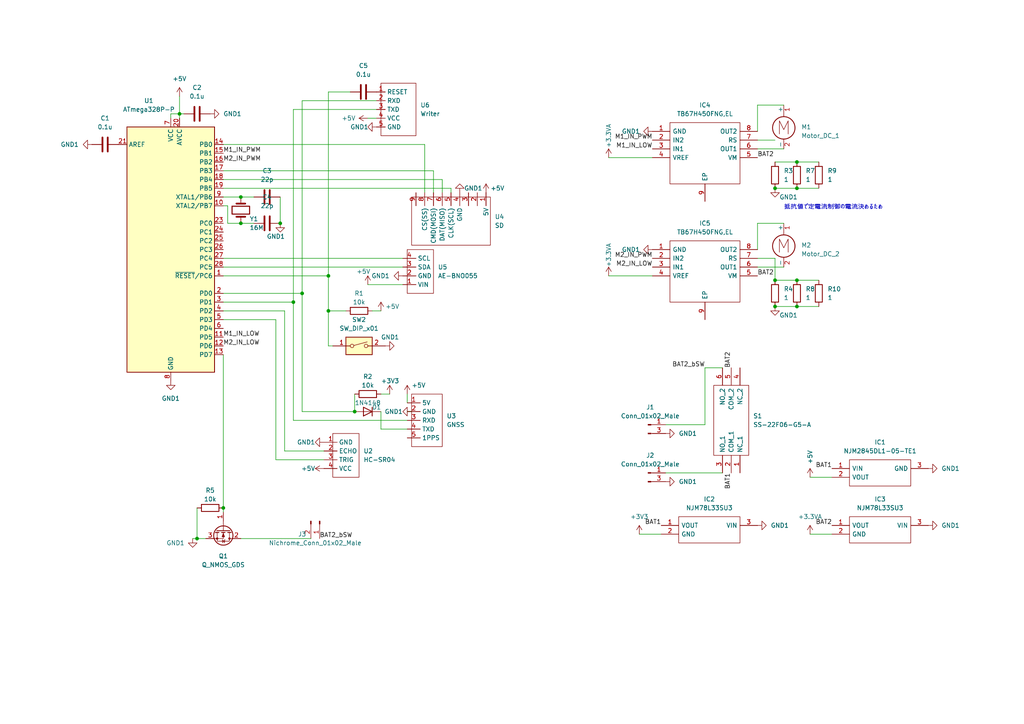
<source format=kicad_sch>
(kicad_sch (version 20211123) (generator eeschema)
  (paper "A4")
  (title_block (title "DERC CanSat 4Nosiro 2022 ") (date "2022-04-22") (company "DERC CanSat PJ"))
  (lib_symbols
    (symbol "Conn_01x02_Male_1" (pin_names (offset 1.016) hide)
      (property "Reference" "J2" (at 0.635 5.08 0))
      (property "Value" "Conn_01x02_Male_1" (at 0.635 2.54 0))
      (symbol "Conn_01x02_Male_1_1_1"
        (polyline (pts (xy 1.27 -2.54) (xy 0.8636 -2.54)) (stroke (width 0.1524)))
        (polyline (pts (xy 1.27 0) (xy 0.8636 0)) (stroke (width 0.1524)))
        (rectangle (start 0.8636 -2.413) (end 0 -2.667) (stroke (width 0.1524)) (fill (type outline)))
        (rectangle (start 0.8636 0.127) (end 0 -0.127) (stroke (width 0.1524)) (fill (type outline)))
        (pin passive line (at 5.08 0 180) (length 3.81) (name "Pin_1") (number "1"))
        (pin passive line (at 5.08 -2.54 180) (length 3.81) (name "Pin_2") (number "3"))
      )
    )
    (symbol "Connector:Conn_01x02_Male" (pin_names (offset 1.016) hide)
      (property "Reference" "J" (at 0 2.54 0))
      (property "Value" "Conn_01x02_Male" (at 0 -5.08 0))
      (symbol "Conn_01x02_Male_1_1"
        (polyline (pts (xy 1.27 -2.54) (xy 0.8636 -2.54)) (stroke (width 0.1524)))
        (polyline (pts (xy 1.27 0) (xy 0.8636 0)) (stroke (width 0.1524)))
        (rectangle (start 0.8636 -2.413) (end 0 -2.667) (stroke (width 0.1524)) (fill (type outline)))
        (rectangle (start 0.8636 0.127) (end 0 -0.127) (stroke (width 0.1524)) (fill (type outline)))
        (pin passive line (at 5.08 0 180) (length 3.81) (name "Pin_1") (number "1"))
        (pin passive line (at 5.08 -2.54 180) (length 3.81) (name "Pin_2") (number "2"))
      )
    )
    (symbol "DERC_CanSat_KairoLib:AE-BNO055"
      (property "Reference" "U" (at -6.35 11.43 0))
      (property "Value" "AE-BNO055" (at -3.81 8.89 0))
      (symbol "AE-BNO055_0_1"
        (rectangle (start 3.81 0) (end -8.89 7.62))
      )
      (symbol "AE-BNO055_1_1"
        (pin passive line (at 1.27 -1.27 90) (length 3.81) (name "VIN") (number "1"))
        (pin passive line (at -1.27 -1.27 90) (length 3.81) (name "GND") (number "2"))
        (pin passive line (at -3.81 -1.27 90) (length 3.81) (name "SDA") (number "3"))
        (pin passive line (at -6.35 -1.27 90) (length 3.81) (name "SCL") (number "4"))
      )
    )
    (symbol "DERC_CanSat_KairoLib:GNSS"
      (property "Reference" "U" (at -1.27 1.27 0))
      (property "Value" "GNSS" (at 0 -1.27 0))
      (symbol "GNSS_0_1"
        (rectangle (start 8.89 3.81) (end -6.35 12.7))
      )
      (symbol "GNSS_1_1"
        (pin passive line (at 6.35 13.97 270) (length 3.81) (name "5V") (number "1"))
        (pin passive line (at 3.81 13.97 270) (length 3.81) (name "GND") (number "2"))
        (pin passive line (at 1.27 13.97 270) (length 3.81) (name "RXD") (number "3"))
        (pin passive line (at -1.27 13.97 270) (length 3.81) (name "TXD") (number "4"))
        (pin passive line (at -3.81 13.97 270) (length 3.81) (name "1PPS") (number "5"))
      )
    )
    (symbol "DERC_CanSat_KairoLib:HC-SR04"
      (property "Reference" "U" (at -6.35 10.16 0))
      (property "Value" "HC-SR04" (at 0 10.16 0))
      (symbol "HC-SR04_0_1"
        (rectangle (start -6.35 2.54) (end 6.35 10.16))
      )
      (symbol "HC-SR04_1_1"
        (pin passive line (at -3.81 0 90) (length 3.81) (name "GND") (number "1"))
        (pin passive line (at -1.27 0 90) (length 3.81) (name "ECHO") (number "2"))
        (pin passive line (at 1.27 0 90) (length 3.81) (name "TRIG") (number "3"))
        (pin passive line (at 3.81 0 90) (length 3.81) (name "VCC") (number "4"))
      )
    )
    (symbol "DERC_CanSat_KairoLib:SD"
      (property "Reference" "U" (at -2.54 8.89 0))
      (property "Value" "SD" (at -2.54 7.62 0))
      (symbol "SD_0_1"
        (rectangle (start 13.97 1.27) (end -8.89 15.24))
      )
      (symbol "SD_1_1"
        (pin passive line (at -7.62 0 90) (length 3.81) (name "5V") (number "1"))
        (pin passive line (at -5.08 0 90) (length 3.81) (name "") (number "2"))
        (pin passive line (at -2.54 0 90) (length 3.81) (name "") (number "3"))
        (pin passive line (at 0 0 90) (length 3.81) (name "GND") (number "4"))
        (pin passive line (at 2.54 0 90) (length 3.81) (name "CLK(SCL)") (number "5"))
        (pin passive line (at 5.08 0 90) (length 3.81) (name "DAT(MISO)") (number "6"))
        (pin passive line (at 7.62 0 90) (length 3.81) (name "CMD(MOSI)") (number "7"))
        (pin passive line (at 10.16 0 90) (length 3.81) (name "CS(SS)") (number "8"))
        (pin passive line (at 12.7 0 90) (length 3.81) (name "") (number "9"))
      )
    )
    (symbol "DERC_CanSat_KairoLib:Writer"
      (property "Reference" "U" (at -2.54 6.35 0))
      (property "Value" "Writer" (at 1.27 6.35 0))
      (symbol "Writer_0_1"
        (rectangle (start 7.62 -2.54) (end -7.62 7.62))
      )
      (symbol "Writer_1_1"
        (pin input line (at -5.08 -3.81 90) (length 2.54) (name "RESET") (number "1"))
        (pin input line (at -2.54 -3.81 90) (length 2.54) (name "RXD") (number "2"))
        (pin input line (at 0 -3.81 90) (length 2.54) (name "TXD") (number "3"))
        (pin input line (at 2.54 -3.81 90) (length 2.54) (name "VCC") (number "4"))
        (pin input line (at 5.08 -3.81 90) (length 2.54) (name "GND") (number "5"))
      )
    )
    (symbol "Device:C" (pin_numbers hide) (pin_names (offset 0.254))
      (property "Reference" "C" (at 0.635 2.54 0))
      (property "Value" "C" (at 0.635 -2.54 0))
      (symbol "C_0_1"
        (polyline (pts (xy -2.032 -0.762) (xy 2.032 -0.762)) (stroke (width 0.508)))
        (polyline (pts (xy -2.032 0.762) (xy 2.032 0.762)) (stroke (width 0.508)))
      )
      (symbol "C_1_1"
        (pin passive line (at 0 3.81 270) (length 2.794) (name "~") (number "1"))
        (pin passive line (at 0 -3.81 90) (length 2.794) (name "~") (number "2"))
      )
    )
    (symbol "Device:Crystal" (pin_numbers hide) (pin_names (offset 1.016) hide)
      (property "Reference" "Y" (at 0 3.81 0))
      (property "Value" "Crystal" (at 0 -3.81 0))
      (symbol "Crystal_0_1"
        (rectangle (start -1.143 2.54) (end 1.143 -2.54) (stroke (width 0.3048)))
        (polyline (pts (xy -2.54 0) (xy -1.905 0)))
        (polyline (pts (xy -1.905 -1.27) (xy -1.905 1.27)) (stroke (width 0.508)))
        (polyline (pts (xy 1.905 -1.27) (xy 1.905 1.27)) (stroke (width 0.508)))
        (polyline (pts (xy 2.54 0) (xy 1.905 0)))
      )
      (symbol "Crystal_1_1"
        (pin passive line (at -3.81 0 0) (length 1.27) (name "1") (number "1"))
        (pin passive line (at 3.81 0 180) (length 1.27) (name "2") (number "2"))
      )
    )
    (symbol "Device:Q_NMOS_GDS" (pin_names (offset 0) hide)
      (property "Reference" "Q" (at 5.08 1.27 0))
      (property "Value" "Q_NMOS_GDS" (at 5.08 -1.27 0))
      (symbol "Q_NMOS_GDS_0_1"
        (polyline (pts (xy 0.254 0) (xy -2.54 0)))
        (polyline (pts (xy 0.254 1.905) (xy 0.254 -1.905)) (stroke (width 0.254)))
        (polyline (pts (xy 0.762 -1.27) (xy 0.762 -2.286)) (stroke (width 0.254)))
        (polyline (pts (xy 0.762 0.508) (xy 0.762 -0.508)) (stroke (width 0.254)))
        (polyline (pts (xy 0.762 2.286) (xy 0.762 1.27)) (stroke (width 0.254)))
        (polyline (pts (xy 2.54 2.54) (xy 2.54 1.778)))
        (polyline (pts (xy 2.54 -2.54) (xy 2.54 0) (xy 0.762 0)))
        (polyline (pts (xy 0.762 -1.778) (xy 3.302 -1.778) (xy 3.302 1.778) (xy 0.762 1.778)))
        (polyline (pts (xy 1.016 0) (xy 2.032 0.381) (xy 2.032 -0.381) (xy 1.016 0)) (fill (type outline)))
        (polyline (pts (xy 2.794 0.508) (xy 2.921 0.381) (xy 3.683 0.381) (xy 3.81 0.254)))
        (polyline (pts (xy 3.302 0.381) (xy 2.921 -0.254) (xy 3.683 -0.254) (xy 3.302 0.381)))
        (circle (center 1.651 0) (radius 2.794) (stroke (width 0.254)))
        (circle (center 2.54 -1.778) (radius 0.254) (fill (type outline)))
        (circle (center 2.54 1.778) (radius 0.254) (fill (type outline)))
      )
      (symbol "Q_NMOS_GDS_1_1"
        (pin input line (at -5.08 0 0) (length 2.54) (name "G") (number "1"))
        (pin passive line (at 2.54 5.08 270) (length 2.54) (name "D") (number "2"))
        (pin passive line (at 2.54 -5.08 90) (length 2.54) (name "S") (number "3"))
      )
    )
    (symbol "Device:R" (pin_numbers hide) (pin_names (offset 0))
      (property "Reference" "R" (at 2.032 0 90))
      (property "Value" "R" (at 0 0 90))
      (symbol "R_0_1"
        (rectangle (start -1.016 -2.54) (end 1.016 2.54) (stroke (width 0.254)))
      )
      (symbol "R_1_1"
        (pin passive line (at 0 3.81 270) (length 1.27) (name "~") (number "1"))
        (pin passive line (at 0 -3.81 90) (length 1.27) (name "~") (number "2"))
      )
    )
    (symbol "Diode:1N4148" (pin_numbers hide) (pin_names (offset 1.016) hide)
      (property "Reference" "D" (at 0 2.54 0))
      (property "Value" "1N4148" (at 0 -2.54 0))
      (symbol "1N4148_0_1"
        (polyline (pts (xy -1.27 1.27) (xy -1.27 -1.27)) (stroke (width 0.254)))
        (polyline (pts (xy 1.27 0) (xy -1.27 0)))
        (polyline (pts (xy 1.27 1.27) (xy 1.27 -1.27) (xy -1.27 0) (xy 1.27 1.27)) (stroke (width 0.254)))
      )
      (symbol "1N4148_1_1"
        (pin passive line (at -3.81 0 0) (length 2.54) (name "K") (number "1"))
        (pin passive line (at 3.81 0 180) (length 2.54) (name "A") (number "2"))
      )
    )
    (symbol "MCU_Microchip_ATmega:ATmega328P-P"
      (property "Reference" "U" (at -12.7 36.83 0))
      (property "Value" "ATmega328P-P" (at 2.54 -36.83 0))
      (symbol "ATmega328P-P_0_1"
        (rectangle (start -12.7 -35.56) (end 12.7 35.56) (stroke (width 0.254)) (fill (type background)))
      )
      (symbol "ATmega328P-P_1_1"
        (pin bidirectional line (at 15.24 -7.62 180) (length 2.54) (name "~{RESET}/PC6") (number "1"))
        (pin bidirectional line (at 15.24 12.7 180) (length 2.54) (name "XTAL2/PB7") (number "10"))
        (pin bidirectional line (at 15.24 -25.4 180) (length 2.54) (name "PD5") (number "11"))
        (pin bidirectional line (at 15.24 -27.94 180) (length 2.54) (name "PD6") (number "12"))
        (pin bidirectional line (at 15.24 -30.48 180) (length 2.54) (name "PD7") (number "13"))
        (pin bidirectional line (at 15.24 30.48 180) (length 2.54) (name "PB0") (number "14"))
        (pin bidirectional line (at 15.24 27.94 180) (length 2.54) (name "PB1") (number "15"))
        (pin bidirectional line (at 15.24 25.4 180) (length 2.54) (name "PB2") (number "16"))
        (pin bidirectional line (at 15.24 22.86 180) (length 2.54) (name "PB3") (number "17"))
        (pin bidirectional line (at 15.24 20.32 180) (length 2.54) (name "PB4") (number "18"))
        (pin bidirectional line (at 15.24 17.78 180) (length 2.54) (name "PB5") (number "19"))
        (pin bidirectional line (at 15.24 -12.7 180) (length 2.54) (name "PD0") (number "2"))
        (pin power_in line (at 2.54 38.1 270) (length 2.54) (name "AVCC") (number "20"))
        (pin passive line (at -15.24 30.48 0) (length 2.54) (name "AREF") (number "21"))
        (pin passive line (at 0 -38.1 90) (length 2.54) hide (name "GND") (number "22"))
        (pin bidirectional line (at 15.24 7.62 180) (length 2.54) (name "PC0") (number "23"))
        (pin bidirectional line (at 15.24 5.08 180) (length 2.54) (name "PC1") (number "24"))
        (pin bidirectional line (at 15.24 2.54 180) (length 2.54) (name "PC2") (number "25"))
        (pin bidirectional line (at 15.24 0 180) (length 2.54) (name "PC3") (number "26"))
        (pin bidirectional line (at 15.24 -2.54 180) (length 2.54) (name "PC4") (number "27"))
        (pin bidirectional line (at 15.24 -5.08 180) (length 2.54) (name "PC5") (number "28"))
        (pin bidirectional line (at 15.24 -15.24 180) (length 2.54) (name "PD1") (number "3"))
        (pin bidirectional line (at 15.24 -17.78 180) (length 2.54) (name "PD2") (number "4"))
        (pin bidirectional line (at 15.24 -20.32 180) (length 2.54) (name "PD3") (number "5"))
        (pin bidirectional line (at 15.24 -22.86 180) (length 2.54) (name "PD4") (number "6"))
        (pin power_in line (at 0 38.1 270) (length 2.54) (name "VCC") (number "7"))
        (pin power_in line (at 0 -38.1 90) (length 2.54) (name "GND") (number "8"))
        (pin bidirectional line (at 15.24 15.24 180) (length 2.54) (name "XTAL1/PB6") (number "9"))
      )
    )
    (symbol "Motor:Motor_DC" (pin_names (offset 0))
      (property "Reference" "M" (at 2.54 2.54 0))
      (property "Value" "Motor_DC" (at 2.54 -5.08 0))
      (symbol "Motor_DC_0_0"
        (polyline (pts (xy -1.27 -3.302) (xy -1.27 0.508) (xy 0 -2.032) (xy 1.27 0.508) (xy 1.27 -3.302)))
      )
      (symbol "Motor_DC_0_1"
        (circle (center 0 -1.524) (radius 3.2512) (stroke (width 0.254)))
        (polyline (pts (xy 0 -7.62) (xy 0 -7.112)))
        (polyline (pts (xy 0 -4.7752) (xy 0 -5.1816)))
        (polyline (pts (xy 0 1.7272) (xy 0 2.0828)))
        (polyline (pts (xy 0 2.032) (xy 0 2.54)))
      )
      (symbol "Motor_DC_1_1"
        (pin passive line (at 0 5.08 270) (length 2.54) (name "+") (number "1"))
        (pin passive line (at 0 -7.62 90) (length 2.54) (name "-") (number "2"))
      )
    )
    (symbol "SamacSys_Parts:NJM2845DL1-05-TE1" (pin_names (offset 0.762))
      (property "Reference" "IC" (at 24.13 7.62 0))
      (property "Value" "NJM2845DL1-05-TE1" (at 24.13 5.08 0))
      (symbol "NJM2845DL1-05-TE1_0_0"
        (pin passive line (at 0 0 0) (length 5.08) (name "VIN") (number "1"))
        (pin passive line (at 0 -2.54 0) (length 5.08) (name "VOUT") (number "2"))
        (pin passive line (at 27.94 0 180) (length 5.08) (name "GND") (number "3"))
      )
      (symbol "NJM2845DL1-05-TE1_0_1"
        (polyline (pts (xy 5.08 2.54) (xy 22.86 2.54) (xy 22.86 -5.08) (xy 5.08 -5.08) (xy 5.08 2.54)) (stroke (width 0.1524)))
      )
    )
    (symbol "SamacSys_Parts:NJM78L33SU3" (pin_names (offset 0.762))
      (property "Reference" "IC" (at 24.13 7.62 0))
      (property "Value" "NJM78L33SU3" (at 24.13 5.08 0))
      (symbol "NJM78L33SU3_0_0"
        (pin passive line (at 0 0 0) (length 5.08) (name "VOUT") (number "1"))
        (pin passive line (at 0 -2.54 0) (length 5.08) (name "GND") (number "2"))
        (pin passive line (at 27.94 0 180) (length 5.08) (name "VIN") (number "3"))
      )
      (symbol "NJM78L33SU3_0_1"
        (polyline (pts (xy 5.08 2.54) (xy 22.86 2.54) (xy 22.86 -5.08) (xy 5.08 -5.08) (xy 5.08 2.54)) (stroke (width 0.1524)))
      )
    )
    (symbol "SamacSys_Parts:SS-22F06-G5-A" (pin_names (offset 0.762))
      (property "Reference" "S" (at 26.67 7.62 0))
      (property "Value" "SS-22F06-G5-A" (at 26.67 5.08 0))
      (symbol "SS-22F06-G5-A_0_0"
        (pin passive line (at 30.48 0 180) (length 5.08) (name "NC_1") (number "1"))
        (pin passive line (at 30.48 -2.54 180) (length 5.08) (name "COM_1") (number "2"))
        (pin passive line (at 30.48 -5.08 180) (length 5.08) (name "NO_1") (number "3"))
        (pin passive line (at 0 0 0) (length 5.08) (name "NC_2") (number "4"))
        (pin passive line (at 0 -2.54 0) (length 5.08) (name "COM_2") (number "5"))
        (pin passive line (at 0 -5.08 0) (length 5.08) (name "NO_2") (number "6"))
      )
      (symbol "SS-22F06-G5-A_0_1"
        (polyline (pts (xy 5.08 2.54) (xy 25.4 2.54) (xy 25.4 -7.62) (xy 5.08 -7.62) (xy 5.08 2.54)) (stroke (width 0.1524)))
      )
    )
    (symbol "SamacSys_Parts:TB67H450FNG,EL" (pin_names (offset 0.762))
      (property "Reference" "IC" (at 26.67 7.62 0))
      (property "Value" "TB67H450FNG,EL" (at 26.67 5.08 0))
      (symbol "TB67H450FNG,EL_0_0"
        (pin passive line (at 0 0 0) (length 5.08) (name "GND") (number "1"))
        (pin passive line (at 0 -2.54 0) (length 5.08) (name "IN2") (number "2"))
        (pin passive line (at 0 -5.08 0) (length 5.08) (name "IN1") (number "3"))
        (pin passive line (at 0 -7.62 0) (length 5.08) (name "VREF") (number "4"))
        (pin passive line (at 30.48 -7.62 180) (length 5.08) (name "VM") (number "5"))
        (pin passive line (at 30.48 -5.08 180) (length 5.08) (name "OUT1") (number "6"))
        (pin passive line (at 30.48 -2.54 180) (length 5.08) (name "RS") (number "7"))
        (pin passive line (at 30.48 0 180) (length 5.08) (name "OUT2") (number "8"))
        (pin passive line (at 15.24 -20.32 90) (length 5.08) (name "EP") (number "9"))
      )
      (symbol "TB67H450FNG,EL_0_1"
        (polyline (pts (xy 5.08 2.54) (xy 25.4 2.54) (xy 25.4 -15.24) (xy 5.08 -15.24) (xy 5.08 2.54)) (stroke (width 0.1524)))
      )
    )
    (symbol "Switch:SW_DIP_x01" (pin_names (offset 0) hide)
      (property "Reference" "SW" (at 0 3.81 0))
      (property "Value" "SW_DIP_x01" (at 0 -3.81 0))
      (symbol "SW_DIP_x01_0_0"
        (circle (center -2.032 0) (radius 0.508))
        (polyline (pts (xy -1.524 0.127) (xy 2.3622 1.1684)))
        (circle (center 2.032 0) (radius 0.508))
      )
      (symbol "SW_DIP_x01_0_1"
        (rectangle (start -3.81 2.54) (end 3.81 -2.54) (stroke (width 0.254)) (fill (type background)))
      )
      (symbol "SW_DIP_x01_1_1"
        (pin passive line (at -7.62 0 0) (length 5.08) (name "~") (number "1"))
        (pin passive line (at 7.62 0 180) (length 5.08) (name "~") (number "2"))
      )
    )
    (symbol "power:+3.3V" (power) (pin_names (offset 0))
      (property "Value" "+3.3V" (at 0 3.556 0))
      (symbol "+3.3V_0_1"
        (polyline (pts (xy -0.762 1.27) (xy 0 2.54)))
        (polyline (pts (xy 0 0) (xy 0 2.54)))
        (polyline (pts (xy 0 2.54) (xy 0.762 1.27)))
      )
      (symbol "+3.3V_1_1"
        (pin power_in line (at 0 0 90) (length 0) hide (name "+3V3") (number "1"))
      )
    )
    (symbol "power:+3.3VA" (power) (pin_names (offset 0))
      (property "Value" "+3.3VA" (at 0 3.556 0))
      (symbol "+3.3VA_0_1"
        (polyline (pts (xy -0.762 1.27) (xy 0 2.54)))
        (polyline (pts (xy 0 0) (xy 0 2.54)))
        (polyline (pts (xy 0 2.54) (xy 0.762 1.27)))
      )
      (symbol "+3.3VA_1_1"
        (pin power_in line (at 0 0 90) (length 0) hide (name "+3.3VA") (number "1"))
      )
    )
    (symbol "power:+5V" (power) (pin_names (offset 0))
      (property "Value" "+5V" (at 0 3.556 0))
      (symbol "+5V_0_1"
        (polyline (pts (xy -0.762 1.27) (xy 0 2.54)))
        (polyline (pts (xy 0 0) (xy 0 2.54)))
        (polyline (pts (xy 0 2.54) (xy 0.762 1.27)))
      )
      (symbol "+5V_1_1"
        (pin power_in line (at 0 0 90) (length 0) hide (name "+5V") (number "1"))
      )
    )
    (symbol "power:GND1" (power) (pin_names (offset 0))
      (property "Value" "GND1" (at 0 -3.81 0))
      (symbol "GND1_0_1"
        (polyline (pts (xy 0 0) (xy 0 -1.27) (xy 1.27 -1.27) (xy 0 -2.54) (xy -1.27 -1.27) (xy 0 -1.27)))
      )
      (symbol "GND1_1_1"
        (pin power_in line (at 0 0 270) (length 0) hide (name "GND1") (number "1"))
      )
    )
  )
  (junction (at 224.79 81.28))
  (junction (at 231.14 46.99))
  (junction (at 231.14 81.28))
  (junction (at 102.87 119.38))
  (junction (at 52.07 33.02))
  (junction (at 69.85 57.15))
  (junction (at 87.63 85.09))
  (junction (at 95.25 90.17))
  (junction (at 95.25 80.01))
  (junction (at 231.14 54.61))
  (junction (at 224.79 54.61))
  (junction (at 69.85 64.77))
  (junction (at 231.14 88.9))
  (junction (at 81.28 64.77))
  (junction (at 64.77 147.32))
  (junction (at 57.15 156.21))
  (junction (at 85.09 87.63))
  (junction (at 224.79 88.9))
  (wire (pts (xy 110.49 124.46) (xy 118.11 124.46)))
  (wire (pts (xy 82.55 130.81) (xy 93.98 130.81)))
  (wire (pts (xy 185.42 154.94) (xy 191.77 154.94)))
  (wire (pts (xy 119.38 119.38) (xy 118.11 119.38)))
  (wire (pts (xy 234.95 154.94) (xy 241.3 154.94)))
  (wire (pts (xy 49.53 34.29) (xy 49.53 33.02)))
  (wire (pts (xy 128.27 55.88) (xy 128.27 52.07)))
  (wire (pts (xy 113.03 114.3) (xy 110.49 114.3)))
  (wire (pts (xy 219.71 40.64) (xy 224.79 40.64)))
  (wire (pts (xy 49.53 33.02) (xy 52.07 33.02)))
  (wire (pts (xy 130.81 55.88) (xy 130.81 54.61)))
  (wire (pts (xy 64.77 85.09) (xy 87.63 85.09)))
  (wire (pts (xy 234.95 138.43) (xy 241.3 138.43)))
  (wire (pts (xy 219.71 72.39) (xy 219.71 64.77)))
  (wire (pts (xy 101.6 26.67) (xy 95.25 26.67)))
  (wire (pts (xy 87.63 29.21) (xy 109.22 29.21)))
  (wire (pts (xy 64.77 102.87) (xy 64.77 147.32)))
  (wire (pts (xy 100.33 90.17) (xy 95.25 90.17)))
  (wire (pts (xy 95.25 80.01) (xy 64.77 80.01)))
  (wire (pts (xy 64.77 147.32) (xy 64.77 148.59)))
  (wire (pts (xy 176.53 45.72) (xy 189.23 45.72)))
  (wire (pts (xy 87.63 119.38) (xy 102.87 119.38)))
  (wire (pts (xy 73.66 57.15) (xy 69.85 57.15)))
  (wire (pts (xy 176.53 80.01) (xy 189.23 80.01)))
  (wire (pts (xy 55.88 156.21) (xy 57.15 156.21)))
  (wire (pts (xy 52.07 33.02) (xy 52.07 34.29)))
  (wire (pts (xy 64.77 87.63) (xy 85.09 87.63)))
  (wire (pts (xy 125.73 49.53) (xy 64.77 49.53)))
  (wire (pts (xy 219.71 30.48) (xy 227.33 30.48)))
  (wire (pts (xy 224.79 54.61) (xy 231.14 54.61)))
  (wire (pts (xy 231.14 88.9) (xy 237.49 88.9)))
  (wire (pts (xy 95.25 100.33) (xy 96.52 100.33)))
  (wire (pts (xy 231.14 81.28) (xy 237.49 81.28)))
  (wire (pts (xy 219.71 64.77) (xy 227.33 64.77)))
  (wire (pts (xy 57.15 147.32) (xy 57.15 156.21)))
  (wire (pts (xy 204.47 123.19) (xy 204.47 106.68)))
  (wire (pts (xy 57.15 156.21) (xy 59.69 156.21)))
  (wire (pts (xy 118.11 116.84) (xy 118.11 114.3)))
  (wire (pts (xy 64.77 57.15) (xy 69.85 57.15)))
  (wire (pts (xy 128.27 52.07) (xy 64.77 52.07)))
  (wire (pts (xy 64.77 92.71) (xy 80.01 92.71)))
  (wire (pts (xy 130.81 54.61) (xy 64.77 54.61)))
  (wire (pts (xy 64.77 74.93) (xy 116.84 74.93)))
  (wire (pts (xy 123.19 55.88) (xy 123.19 41.91)))
  (wire (pts (xy 224.79 46.99) (xy 231.14 46.99)))
  (wire (pts (xy 106.68 82.55) (xy 116.84 82.55)))
  (wire (pts (xy 53.34 33.02) (xy 52.07 33.02)))
  (wire (pts (xy 106.68 34.29) (xy 109.22 34.29)))
  (wire (pts (xy 95.25 90.17) (xy 95.25 80.01)))
  (wire (pts (xy 102.87 114.3) (xy 102.87 119.38)))
  (wire (pts (xy 66.04 64.77) (xy 69.85 64.77)))
  (wire (pts (xy 87.63 85.09) (xy 87.63 119.38)))
  (wire (pts (xy 52.07 27.94) (xy 52.07 33.02)))
  (wire (pts (xy 95.25 90.17) (xy 95.25 100.33)))
  (wire (pts (xy 85.09 31.75) (xy 109.22 31.75)))
  (wire (pts (xy 125.73 55.88) (xy 125.73 49.53)))
  (wire (pts (xy 204.47 106.68) (xy 209.55 106.68)))
  (wire (pts (xy 224.79 81.28) (xy 231.14 81.28)))
  (wire (pts (xy 219.71 74.93) (xy 224.79 74.93)))
  (wire (pts (xy 82.55 90.17) (xy 82.55 130.81)))
  (wire (pts (xy 231.14 54.61) (xy 237.49 54.61)))
  (wire (pts (xy 87.63 85.09) (xy 87.63 29.21)))
  (wire (pts (xy 85.09 121.92) (xy 118.11 121.92)))
  (wire (pts (xy 110.49 119.38) (xy 110.49 124.46)))
  (wire (pts (xy 193.04 123.19) (xy 204.47 123.19)))
  (wire (pts (xy 219.71 38.1) (xy 219.71 30.48)))
  (wire (pts (xy 64.77 77.47) (xy 116.84 77.47)))
  (wire (pts (xy 110.49 90.17) (xy 107.95 90.17)))
  (wire (pts (xy 95.25 26.67) (xy 95.25 80.01)))
  (wire (pts (xy 80.01 133.35) (xy 93.98 133.35)))
  (wire (pts (xy 69.85 156.21) (xy 90.17 156.21)))
  (wire (pts (xy 193.04 137.16) (xy 209.55 137.16)))
  (wire (pts (xy 123.19 41.91) (xy 64.77 41.91)))
  (wire (pts (xy 219.71 77.47) (xy 227.33 77.47)))
  (wire (pts (xy 231.14 46.99) (xy 237.49 46.99)))
  (wire (pts (xy 66.04 59.69) (xy 66.04 64.77)))
  (wire (pts (xy 219.71 43.18) (xy 227.33 43.18)))
  (wire (pts (xy 224.79 88.9) (xy 231.14 88.9)))
  (wire (pts (xy 64.77 59.69) (xy 66.04 59.69)))
  (wire (pts (xy 224.79 74.93) (xy 224.79 81.28)))
  (wire (pts (xy 82.55 90.17) (xy 64.77 90.17)))
  (wire (pts (xy 85.09 87.63) (xy 85.09 31.75)))
  (wire (pts (xy 81.28 57.15) (xy 81.28 64.77)))
  (wire (pts (xy 80.01 92.71) (xy 80.01 133.35)))
  (wire (pts (xy 73.66 64.77) (xy 69.85 64.77)))
  (wire (pts (xy 85.09 87.63) (xy 85.09 121.92)))
  (text "抵抗値で定電流制御の電流決めるため" (at 227.33 60.96 0) (effects (font (size 1.27 1.27)) (justify left bottom)))
  (label "M2_IN_LOW" (at 189.23 77.47 180))
  (label "BAT1" (at 241.3 135.89 180))
  (label "M1_IN_LOW" (at 64.77 97.79 0))
  (label "BAT2" (at 241.3 152.4 180))
  (label "BAT2" (at 219.71 80.01 0))
  (label "BAT2_bSW" (at 204.47 106.68 180))
  (label "BAT1" (at 212.09 137.16 270))
  (label "M2_IN_LOW" (at 64.77 100.33 0))
  (label "BAT2" (at 212.09 106.68 90))
  (label "M1_IN_PWM" (at 64.77 44.45 0))
  (label "M1_IN_LOW" (at 189.23 43.18 180))
  (label "M2_IN_PWM" (at 189.23 74.93 180))
  (label "BAT2" (at 219.71 45.72 0))
  (label "BAT2_bSW" (at 92.71 156.21 0))
  (label "BAT1" (at 191.77 152.4 180))
  (label "M2_IN_PWM" (at 64.77 46.99 0))
  (label "M1_IN_PWM" (at 189.23 40.64 180))
  (symbol (lib_id "power:GND1") (at 81.28 64.77 0) (unit 1)
    (property "Reference" "#PWR011" (effects hide))
    (property "Value" "GND1" (at 80.01 68.58 0))
  )
  (symbol (lib_id "power:GND1") (at 189.23 72.39 270) (unit 1)
    (property "Reference" "#PWR025" (effects hide))
    (property "Value" "GND1" (at 180.34 72.39 90) (effects (justify left)))
  )
  (symbol (lib_id "DERC_CanSat_KairoLib:HC-SR04") (at 93.98 132.08 270) (unit 1)
    (property "Reference" "U2" (at 105.41 130.8099 90) (effects (justify left)))
    (property "Value" "HC-SR04" (at 105.41 133.3499 90) (effects (justify left)))
    (property "Footprint" "DERC_CanSat_footprint:HC-SR04" (effects hide))
  )
  (symbol (lib_id "power:+3.3VA") (at 234.95 154.94 0) (unit 1)
    (property "Reference" "#PWR022" (effects hide))
    (property "Value" "+3.3VA" (at 234.95 149.86 0))
  )
  (symbol (lib_id "Connector:Conn_01x02_Male") (at 92.71 151.13 270) (unit 1)
    (property "Reference" "J3" (at 87.63 154.94 90))
    (property "Value" "Nichrome_Conn_01x02_Male" (at 91.44 157.48 90))
    (property "Footprint" "TerminalBlock:TerminalBlock_Altech_AK300-2_P5.00mm" (effects hide))
  )
  (symbol (lib_id "SamacSys_Parts:TB67H450FNG,EL") (at 189.23 72.39 0) (unit 1)
    (property "Reference" "IC5" (at 204.47 64.77 0))
    (property "Value" "TB67H450FNG,EL" (at 204.47 67.31 0))
    (property "Footprint" "SOIC127P600X175-9N" (effects hide))
    (property "Datasheet" "http://toshiba.semicon-storage.com/info/docget.jsp?did=65346&prodName=TB67H450FNG" (effects hide))
    (property "Description" "Motor / Motion / Ignition Controllers & Drivers Brushed Motor Driver IC, 50V, 3.5A, TSSOP8 Package, PB-FREE" (effects hide))
    (property "Height" "1.75" (effects hide))
    (property "Manufacturer_Name" "Toshiba" (effects hide))
    (property "Manufacturer_Part_Number" "TB67H450FNG,EL" (effects hide))
  )
  (symbol (lib_id "Device:C") (at 57.15 33.02 90) (unit 1)
    (property "Reference" "C2" (at 57.15 25.4 90))
    (property "Value" "0.1u" (at 57.15 27.94 90))
    (property "Footprint" "Capacitor_THT:C_Disc_D3.0mm_W1.6mm_P2.50mm" (effects hide))
  )
  (symbol (lib_id "SamacSys_Parts:NJM78L33SU3") (at 191.77 152.4 0) (unit 1)
    (property "Reference" "IC2" (at 205.74 144.78 0))
    (property "Value" "NJM78L33SU3" (at 205.74 147.32 0))
    (property "Footprint" "Package_TO_SOT_SMD:SOT-89-3" (effects hide))
    (property "Datasheet" "http://www.datasheet4u.com/datasheet-pdf/NewJapanRadio/NJM78L33SU3/pdf.php?id=1157057" (effects hide))
    (property "Description" "3-TERMINAL POSITIVE VOLTAGE REGULATOR" (effects hide))
    (property "Manufacturer_Name" "JRC" (effects hide))
    (property "Manufacturer_Part_Number" "NJM78L33SU3" (effects hide))
  )
  (symbol (lib_id "DERC_CanSat_KairoLib:Writer") (at 113.03 31.75 270) (unit 1)
    (property "Reference" "U6" (at 121.92 30.4799 90) (effects (justify left)))
    (property "Value" "Writer" (at 121.92 33.0199 90) (effects (justify left)))
    (property "Footprint" "Connector_PinHeader_2.54mm:PinHeader_1x05_P2.54mm_Vertical" (effects hide))
  )
  (symbol (lib_id "Device:R") (at 237.49 50.8 0) (unit 1)
    (property "Reference" "R9" (at 240.03 49.5299 0) (effects (justify left)))
    (property "Value" "1" (at 240.03 52.0699 0) (effects (justify left)))
    (property "Footprint" "Resistor_THT:R_Axial_DIN0207_L6.3mm_D2.5mm_P2.54mm_Vertical" (effects hide))
  )
  (symbol (lib_id "power:+5V") (at 106.68 82.55 0) (unit 1)
    (property "Reference" "#PWR020" (effects hide))
    (property "Value" "+5V" (at 105.41 78.74 0))
  )
  (symbol (lib_id "power:+3.3V") (at 113.03 114.3 0) (unit 1)
    (property "Reference" "#PWR010" (effects hide))
    (property "Value" "+3.3V" (at 110.49 110.49 0) (effects (justify left)))
  )
  (symbol (lib_id "power:+5V") (at 140.97 55.88 0) (unit 1)
    (property "Reference" "#PWR021" (effects hide))
    (property "Value" "+5V" (at 142.24 54.61 0) (effects (justify left)))
  )
  (symbol (lib_id "Device:C") (at 30.48 41.91 90) (unit 1)
    (property "Reference" "C1" (at 30.48 34.29 90))
    (property "Value" "0.1u" (at 30.48 36.83 90))
    (property "Footprint" "Capacitor_THT:C_Disc_D3.0mm_W1.6mm_P2.50mm" (effects hide))
  )
  (symbol (lib_id "power:+5V") (at 118.11 114.3 0) (unit 1)
    (property "Reference" "#PWR014" (effects hide))
    (property "Value" "+5V" (at 119.38 111.76 0) (effects (justify left)))
  )
  (symbol (lib_id "power:+3.3VA") (at 176.53 80.01 0) (unit 1)
    (property "Reference" "#PWR026" (effects hide))
    (property "Value" "+3.3VA" (at 176.53 77.47 90) (effects (justify left)))
  )
  (symbol (lib_id "Device:Q_NMOS_GDS") (at 64.77 153.67 270) (unit 1)
    (property "Reference" "Q1" (at 64.77 161.29 90))
    (property "Value" "Q_NMOS_GDS" (at 64.77 163.83 90))
    (property "Footprint" "SamacSys_Parts:TO229P241X654X988-3P" (effects hide))
  )
  (symbol (lib_name "Conn_01x02_Male_1") (lib_id "Connector:Conn_01x02_Male") (at 187.96 137.16 0) (unit 1)
    (property "Reference" "J2" (at 188.595 132.08 0))
    (property "Value" "Conn_01x02_Male" (at 188.595 134.62 0))
    (property "Footprint" "Connector_JST:JST_PH_B3B-PH-K_1x03_P2.00mm_Vertical" (effects hide))
  )
  (symbol (lib_id "SamacSys_Parts:NJM2845DL1-05-TE1") (at 241.3 135.89 0) (unit 1)
    (property "Reference" "IC1" (at 255.27 128.27 0))
    (property "Value" "NJM2845DL1-05-TE1" (at 255.27 130.81 0))
    (property "Footprint" "Package_TO_SOT_SMD:TO-252-2" (effects hide))
    (property "Datasheet" "https://datasheet.datasheetarchive.com/originals/distributors/Datasheets_SAMA/34641714fd14802a23a049b754208e87.pdf" (effects hide))
    (property "Description" "LDO Voltage Regulators LDO w/On/Off Cntrl" (effects hide))
    (property "Manufacturer_Name" "New Japan Radio" (effects hide))
    (property "Manufacturer_Part_Number" "NJM2845DL1-05-TE1" (effects hide))
  )
  (symbol (lib_id "Device:R") (at 224.79 50.8 0) (unit 1)
    (property "Reference" "R3" (at 227.33 49.5299 0) (effects (justify left)))
    (property "Value" "1" (at 227.33 52.0699 0) (effects (justify left)))
    (property "Footprint" "Resistor_THT:R_Axial_DIN0207_L6.3mm_D2.5mm_P2.54mm_Vertical" (effects hide))
  )
  (symbol (lib_id "power:GND1") (at 60.96 33.02 90) (unit 1)
    (property "Reference" "#PWR06" (effects hide))
    (property "Value" "GND1" (at 64.77 33.0199 90) (effects (justify right)))
  )
  (symbol (lib_id "power:GND1") (at 49.53 110.49 0) (unit 1)
    (property "Reference" "#PWR04" (effects hide))
    (property "Value" "GND1" (at 49.53 115.57 0))
  )
  (symbol (lib_id "power:GND1") (at 224.79 88.9 0) (unit 1)
    (property "Reference" "#PWR029" (effects hide))
    (property "Value" "GND1" (at 226.06 91.44 0) (effects (justify left)))
  )
  (symbol (lib_id "SamacSys_Parts:SS-22F06-G5-A") (at 214.63 106.68 270) (unit 1)
    (property "Reference" "S1" (at 218.44 120.6499 90) (effects (justify left)))
    (property "Value" "SS-22F06-G5-A" (at 218.44 123.1899 90) (effects (justify left)))
    (property "Footprint" "DERC_CanSat_footprint:PowerSwitch" (effects hide))
    (property "Description" "SWITCH SLIDE" (effects hide))
    (property "Height" "12.2" (effects hide))
    (property "Manufacturer_Name" "E-Switch" (effects hide))
    (property "Manufacturer_Part_Number" "SS-22F06-G5-A" (effects hide))
  )
  (symbol (lib_id "power:GND1") (at 189.23 38.1 270) (unit 1)
    (property "Reference" "#PWR023" (effects hide))
    (property "Value" "GND1" (at 180.34 38.1 90) (effects (justify left)))
  )
  (symbol (lib_id "power:GND1") (at 116.84 80.01 270) (unit 1)
    (property "Reference" "#PWR019" (effects hide))
    (property "Value" "GND1" (at 113.03 80.0099 90) (effects (justify right)))
  )
  (symbol (lib_id "Device:R") (at 224.79 85.09 0) (unit 1)
    (property "Reference" "R4" (at 227.33 83.8199 0) (effects (justify left)))
    (property "Value" "1" (at 227.33 86.3599 0) (effects (justify left)))
    (property "Footprint" "Resistor_THT:R_Axial_DIN0207_L6.3mm_D2.5mm_P2.54mm_Vertical" (effects hide))
  )
  (symbol (lib_id "power:+3.3VA") (at 176.53 45.72 0) (unit 1)
    (property "Reference" "#PWR024" (effects hide))
    (property "Value" "+3.3VA" (at 176.53 39.37 90))
  )
  (symbol (lib_id "power:GND1") (at 26.67 41.91 270) (unit 1)
    (property "Reference" "#PWR01" (effects hide))
    (property "Value" "GND1" (at 22.86 41.9099 90) (effects (justify right)))
  )
  (symbol (lib_id "SamacSys_Parts:NJM78L33SU3") (at 241.3 152.4 0) (unit 1)
    (property "Reference" "IC3" (at 255.27 144.78 0))
    (property "Value" "NJM78L33SU3" (at 255.27 147.32 0))
    (property "Footprint" "Package_TO_SOT_SMD:SOT-89-3" (effects hide))
    (property "Datasheet" "http://www.datasheet4u.com/datasheet-pdf/NewJapanRadio/NJM78L33SU3/pdf.php?id=1157057" (effects hide))
    (property "Description" "3-TERMINAL POSITIVE VOLTAGE REGULATOR" (effects hide))
    (property "Manufacturer_Name" "JRC" (effects hide))
    (property "Manufacturer_Part_Number" "NJM78L33SU3" (effects hide))
  )
  (symbol (lib_id "power:GND1") (at 193.04 139.7 90) (unit 1)
    (property "Reference" "#PWR03" (effects hide))
    (property "Value" "GND1" (at 196.85 139.6999 90) (effects (justify right)))
  )
  (symbol (lib_id "DERC_CanSat_KairoLib:SD") (at 133.35 55.88 180) (unit 1)
    (property "Reference" "U4" (at 143.51 62.8649 0) (effects (justify right)))
    (property "Value" "SD" (at 143.51 65.4049 0) (effects (justify right)))
    (property "Footprint" "DERC_CanSat_footprint:SD" (effects hide))
  )
  (symbol (lib_id "power:GND1") (at 109.22 36.83 270) (unit 1)
    (property "Reference" "#PWR032" (effects hide))
    (property "Value" "GND1" (at 101.6 36.83 90) (effects (justify left)))
  )
  (symbol (lib_id "MCU_Microchip_ATmega:ATmega328P-P") (at 49.53 72.39 0) (unit 1)
    (property "Reference" "U1" (at 43.18 29.21 0))
    (property "Value" "ATmega328P-P" (at 43.18 31.75 0))
    (property "Footprint" "Package_DIP:DIP-28_W7.62mm" (effects hide))
    (property "Datasheet" "http://ww1.microchip.com/downloads/en/DeviceDoc/ATmega328_P%20AVR%20MCU%20with%20picoPower%20Technology%20Data%20Sheet%2040001984A.pdf" (effects hide))
  )
  (symbol (lib_id "power:GND1") (at 269.24 152.4 90) (unit 1)
    (property "Reference" "#PWR027" (effects hide))
    (property "Value" "GND1" (at 273.05 152.3999 90) (effects (justify right)))
  )
  (symbol (lib_id "power:+5V") (at 93.98 135.89 90) (unit 1)
    (property "Reference" "#PWR013" (effects hide))
    (property "Value" "+5V" (at 91.44 135.89 90) (effects (justify left)))
  )
  (symbol (lib_id "Motor:Motor_DC") (at 227.33 69.85 0) (unit 1)
    (property "Reference" "M2" (at 232.41 71.1199 0) (effects (justify left)))
    (property "Value" "Motor_DC_2" (at 232.41 73.6599 0) (effects (justify left)))
    (property "Footprint" "Connector_JST:JST_XH_B2B-XH-A_1x02_P2.50mm_Vertical" (effects hide))
  )
  (symbol (lib_id "power:GND1") (at 193.04 125.73 90) (unit 1)
    (property "Reference" "#PWR02" (effects hide))
    (property "Value" "GND1" (at 196.85 125.7299 90) (effects (justify right)))
  )
  (symbol (lib_id "Device:Crystal") (at 69.85 60.96 90) (unit 1)
    (property "Reference" "Y1" (at 72.39 63.5 90) (effects (justify right)))
    (property "Value" "16M" (at 72.39 66.04 90) (effects (justify right)))
    (property "Footprint" "Crystal:Crystal_HC49-4H_Vertical" (effects hide))
  )
  (symbol (lib_id "Device:R") (at 231.14 50.8 0) (unit 1)
    (property "Reference" "R7" (at 233.68 49.5299 0) (effects (justify left)))
    (property "Value" "1" (at 233.68 52.0699 0) (effects (justify left)))
    (property "Footprint" "Resistor_THT:R_Axial_DIN0207_L6.3mm_D2.5mm_P2.54mm_Vertical" (effects hide))
  )
  (symbol (lib_id "Motor:Motor_DC") (at 227.33 35.56 0) (unit 1)
    (property "Reference" "M1" (at 232.41 36.8299 0) (effects (justify left)))
    (property "Value" "Motor_DC_1" (at 232.41 39.3699 0) (effects (justify left)))
    (property "Footprint" "Connector_JST:JST_XH_B2B-XH-A_1x02_P2.50mm_Vertical" (effects hide))
  )
  (symbol (lib_id "Device:R") (at 231.14 85.09 0) (unit 1)
    (property "Reference" "R8" (at 233.68 83.8199 0) (effects (justify left)))
    (property "Value" "1" (at 233.68 86.3599 0) (effects (justify left)))
    (property "Footprint" "Resistor_THT:R_Axial_DIN0207_L6.3mm_D2.5mm_P2.54mm_Vertical" (effects hide))
  )
  (symbol (lib_id "power:+5V") (at 110.49 90.17 0) (unit 1)
    (property "Reference" "#PWR033" (effects hide))
    (property "Value" "+5V" (at 111.76 88.9 0) (effects (justify left)))
  )
  (symbol (lib_id "power:+5V") (at 52.07 27.94 0) (unit 1)
    (property "Reference" "#PWR05" (effects hide))
    (property "Value" "+5V" (at 52.07 22.86 0))
  )
  (symbol (lib_id "DERC_CanSat_KairoLib:AE-BNO055") (at 118.11 81.28 270) (unit 1)
    (property "Reference" "U5" (at 127 77.4699 90) (effects (justify left)))
    (property "Value" "AE-BNO055" (at 127 80.0099 90) (effects (justify left)))
    (property "Footprint" "DERC_CanSat_footprint:AE-BNO055" (effects hide))
  )
  (symbol (lib_id "power:GND1") (at 119.38 119.38 270) (unit 1)
    (property "Reference" "#PWR015" (effects hide))
    (property "Value" "GND1" (at 116.84 119.38 90) (effects (justify right)))
  )
  (symbol (lib_id "Diode:1N4148") (at 106.68 119.38 180) (unit 1)
    (property "Reference" "D1" (at 109.22 118.11 0))
    (property "Value" "1N4148" (at 106.68 116.84 0))
    (property "Footprint" "Diode_THT:D_DO-35_SOD27_P7.62mm_Horizontal" (effects hide))
    (property "Datasheet" "https://assets.nexperia.com/documents/data-sheet/1N4148_1N4448.pdf" (effects hide))
  )
  (symbol (lib_id "power:GND1") (at 269.24 135.89 90) (unit 1)
    (property "Reference" "#PWR016" (effects hide))
    (property "Value" "GND1" (at 273.05 135.8899 90) (effects (justify right)))
  )
  (symbol (lib_id "DERC_CanSat_KairoLib:GNSS") (at 132.08 123.19 90) (unit 1)
    (property "Reference" "U3" (at 129.54 120.6499 90) (effects (justify right)))
    (property "Value" "GNSS" (at 129.54 123.1899 90) (effects (justify right)))
    (property "Footprint" "DERC_CanSat_footprint:GNSS" (effects hide))
  )
  (symbol (lib_id "SamacSys_Parts:TB67H450FNG,EL") (at 189.23 38.1 0) (unit 1)
    (property "Reference" "IC4" (at 204.47 30.48 0))
    (property "Value" "TB67H450FNG,EL" (at 204.47 33.02 0))
    (property "Footprint" "SOIC127P600X175-9N" (effects hide))
    (property "Datasheet" "http://toshiba.semicon-storage.com/info/docget.jsp?did=65346&prodName=TB67H450FNG" (effects hide))
    (property "Description" "Motor / Motion / Ignition Controllers & Drivers Brushed Motor Driver IC, 50V, 3.5A, TSSOP8 Package, PB-FREE" (effects hide))
    (property "Height" "1.75" (effects hide))
    (property "Manufacturer_Name" "Toshiba" (effects hide))
    (property "Manufacturer_Part_Number" "TB67H450FNG,EL" (effects hide))
  )
  (symbol (lib_id "Switch:SW_DIP_x01") (at 104.14 100.33 0) (unit 1)
    (property "Reference" "SW2" (at 104.14 92.71 0))
    (property "Value" "SW_DIP_x01" (at 104.14 95.25 0))
    (property "Footprint" "SamacSys_Parts:TVBP06B043CWB" (effects hide))
  )
  (symbol (lib_id "power:GND1") (at 111.76 100.33 90) (unit 1)
    (property "Reference" "#PWR034" (effects hide))
    (property "Value" "GND1" (at 110.49 97.79 90) (effects (justify right)))
  )
  (symbol (lib_id "power:GND1") (at 93.98 128.27 270) (unit 1)
    (property "Reference" "#PWR012" (effects hide))
    (property "Value" "GND1" (at 91.44 128.27 90) (effects (justify right)))
  )
  (symbol (lib_id "Device:C") (at 105.41 26.67 90) (unit 1)
    (property "Reference" "C5" (at 105.41 19.05 90))
    (property "Value" "0.1u" (at 105.41 21.59 90))
    (property "Footprint" "Capacitor_THT:C_Disc_D3.0mm_W1.6mm_P2.50mm" (effects hide))
  )
  (symbol (lib_id "Device:R") (at 106.68 114.3 270) (unit 1)
    (property "Reference" "R2" (at 106.68 109.22 90))
    (property "Value" "10k" (at 106.68 111.76 90))
    (property "Footprint" "Resistor_THT:R_Axial_DIN0207_L6.3mm_D2.5mm_P7.62mm_Horizontal" (effects hide))
  )
  (symbol (lib_id "Device:R") (at 60.96 147.32 90) (unit 1)
    (property "Reference" "R5" (at 60.96 142.24 90))
    (property "Value" "10k" (at 60.96 144.78 90))
    (property "Footprint" "Resistor_THT:R_Axial_DIN0207_L6.3mm_D2.5mm_P7.62mm_Horizontal" (effects hide))
  )
  (symbol (lib_id "Device:C") (at 77.47 64.77 90) (unit 1)
    (property "Reference" "C4" (at 77.47 57.15 90))
    (property "Value" "22p" (at 77.47 59.69 90))
    (property "Footprint" "Capacitor_THT:C_Disc_D3.0mm_W1.6mm_P2.50mm" (effects hide))
  )
  (symbol (lib_id "Device:R") (at 104.14 90.17 90) (unit 1)
    (property "Reference" "R1" (at 104.14 85.09 90))
    (property "Value" "10k" (at 104.14 87.63 90))
    (property "Footprint" "Resistor_THT:R_Axial_DIN0207_L6.3mm_D2.5mm_P7.62mm_Horizontal" (effects hide))
  )
  (symbol (lib_id "power:+5V") (at 234.95 138.43 0) (unit 1)
    (property "Reference" "#PWR035" (effects hide))
    (property "Value" "+5V" (at 234.9501 134.62 90) (effects (justify left)))
  )
  (symbol (lib_id "power:GND1") (at 224.79 54.61 0) (unit 1)
    (property "Reference" "#PWR028" (effects hide))
    (property "Value" "GND1" (at 226.06 57.15 0) (effects (justify left)))
  )
  (symbol (lib_name "Conn_01x02_Male_1") (lib_id "Connector:Conn_01x02_Male") (at 187.96 123.19 0) (unit 1)
    (property "Reference" "J1" (at 188.595 118.11 0))
    (property "Value" "Conn_01x02_Male" (at 188.595 120.65 0))
    (property "Footprint" "Connector_JST:JST_PH_B3B-PH-K_1x03_P2.00mm_Vertical" (effects hide))
  )
  (symbol (lib_id "power:GND1") (at 133.35 55.88 180) (unit 1)
    (property "Reference" "#PWR018" (effects hide))
    (property "Value" "GND1" (at 134.62 54.61 0) (effects (justify right)))
  )
  (symbol (lib_id "power:+5V") (at 106.68 34.29 90) (unit 1)
    (property "Reference" "#PWR031" (effects hide))
    (property "Value" "+5V" (at 99.06 34.29 90) (effects (justify right)))
  )
  (symbol (lib_id "power:GND1") (at 219.71 152.4 90) (unit 1)
    (property "Reference" "#PWR017" (effects hide))
    (property "Value" "GND1" (at 223.52 152.3999 90) (effects (justify right)))
  )
  (symbol (lib_id "power:+3.3V") (at 185.42 154.94 0) (unit 1)
    (property "Reference" "#PWR09" (effects hide))
    (property "Value" "+3.3V" (at 185.42 149.86 0))
  )
  (symbol (lib_id "Device:C") (at 77.47 57.15 90) (unit 1)
    (property "Reference" "C3" (at 77.47 49.53 90))
    (property "Value" "22p" (at 77.47 52.07 90))
    (property "Footprint" "Capacitor_THT:C_Disc_D3.0mm_W1.6mm_P2.50mm" (effects hide))
  )
  (symbol (lib_id "power:GND1") (at 55.88 156.21 0) (unit 1)
    (property "Reference" "#PWR07" (effects hide))
    (property "Value" "GND1" (at 48.26 157.48 0) (effects (justify left)))
  )
  (symbol (lib_id "Device:R") (at 237.49 85.09 0) (unit 1)
    (property "Reference" "R10" (at 240.03 83.8199 0) (effects (justify left)))
    (property "Value" "1" (at 240.03 86.3599 0) (effects (justify left)))
    (property "Footprint" "Resistor_THT:R_Axial_DIN0207_L6.3mm_D2.5mm_P2.54mm_Vertical" (effects hide))
  )
)
</source>
